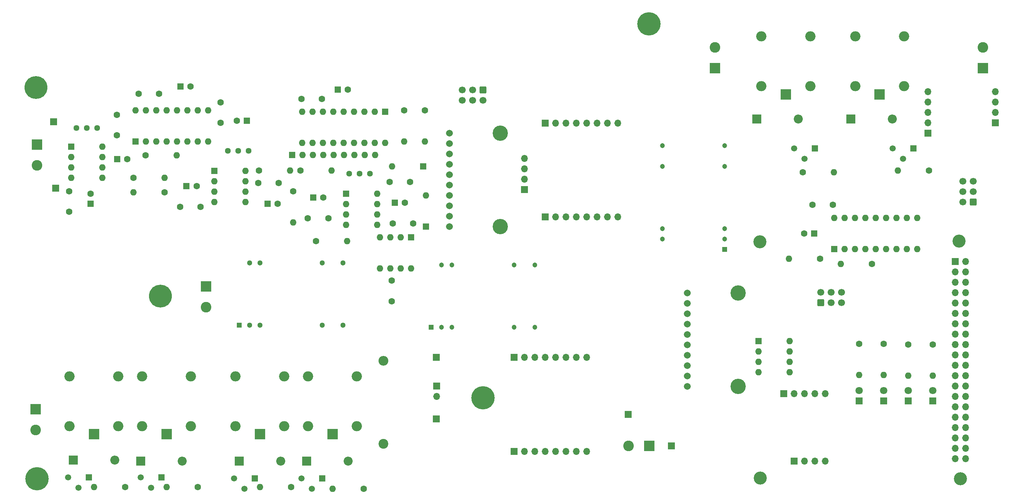
<source format=gbr>
%TF.GenerationSoftware,KiCad,Pcbnew,7.0.6*%
%TF.CreationDate,2023-11-08T16:42:48+01:00*%
%TF.ProjectId,mb.2024.0.2,6d622e32-3032-4342-9e30-2e322e6b6963,rev?*%
%TF.SameCoordinates,Original*%
%TF.FileFunction,Soldermask,Bot*%
%TF.FilePolarity,Negative*%
%FSLAX46Y46*%
G04 Gerber Fmt 4.6, Leading zero omitted, Abs format (unit mm)*
G04 Created by KiCad (PCBNEW 7.0.6) date 2023-11-08 16:42:48*
%MOMM*%
%LPD*%
G01*
G04 APERTURE LIST*
G04 Aperture macros list*
%AMRoundRect*
0 Rectangle with rounded corners*
0 $1 Rounding radius*
0 $2 $3 $4 $5 $6 $7 $8 $9 X,Y pos of 4 corners*
0 Add a 4 corners polygon primitive as box body*
4,1,4,$2,$3,$4,$5,$6,$7,$8,$9,$2,$3,0*
0 Add four circle primitives for the rounded corners*
1,1,$1+$1,$2,$3*
1,1,$1+$1,$4,$5*
1,1,$1+$1,$6,$7*
1,1,$1+$1,$8,$9*
0 Add four rect primitives between the rounded corners*
20,1,$1+$1,$2,$3,$4,$5,0*
20,1,$1+$1,$4,$5,$6,$7,0*
20,1,$1+$1,$6,$7,$8,$9,0*
20,1,$1+$1,$8,$9,$2,$3,0*%
G04 Aperture macros list end*
%ADD10R,2.600000X2.600000*%
%ADD11C,2.600000*%
%ADD12C,1.600000*%
%ADD13R,1.700000X1.700000*%
%ADD14C,3.200000*%
%ADD15R,1.600000X1.600000*%
%ADD16O,1.600000X1.600000*%
%ADD17C,1.440000*%
%ADD18O,2.500000X2.500000*%
%ADD19R,2.500000X2.500000*%
%ADD20R,1.800000X1.800000*%
%ADD21C,1.800000*%
%ADD22R,2.200000X2.200000*%
%ADD23O,2.200000X2.200000*%
%ADD24O,1.700000X1.700000*%
%ADD25RoundRect,0.250000X0.600000X0.600000X-0.600000X0.600000X-0.600000X-0.600000X0.600000X-0.600000X0*%
%ADD26C,1.700000*%
%ADD27RoundRect,0.250000X0.600000X-0.600000X0.600000X0.600000X-0.600000X0.600000X-0.600000X-0.600000X0*%
%ADD28C,5.600000*%
%ADD29R,1.300000X1.300000*%
%ADD30C,1.300000*%
%ADD31R,1.500000X1.500000*%
%ADD32C,1.500000*%
%ADD33RoundRect,0.250000X-0.600000X0.600000X-0.600000X-0.600000X0.600000X-0.600000X0.600000X0.600000X0*%
%ADD34C,5.700000*%
%ADD35C,1.665000*%
%ADD36C,3.750000*%
%ADD37R,1.200000X1.200000*%
%ADD38C,1.200000*%
%ADD39C,2.400000*%
%ADD40O,2.400000X2.400000*%
G04 APERTURE END LIST*
D10*
%TO.C,J9*%
X187695000Y-48545000D03*
D11*
X187695000Y-43465000D03*
%TD*%
D12*
%TO.C,C17*%
X61682000Y-82550000D03*
X56682000Y-82550000D03*
%TD*%
D13*
%TO.C,J18*%
X26162000Y-77978000D03*
%TD*%
D14*
%TO.C,REF01*%
X198740000Y-148890000D03*
%TD*%
D15*
%TO.C,U9*%
X65034000Y-73670000D03*
D16*
X65034000Y-76210000D03*
X65034000Y-78750000D03*
X65034000Y-81290000D03*
X72654000Y-81290000D03*
X72654000Y-78750000D03*
X72654000Y-76210000D03*
X72654000Y-73670000D03*
%TD*%
D15*
%TO.C,C21*%
X73064379Y-61468000D03*
D12*
X70564379Y-61468000D03*
%TD*%
D17*
%TO.C,RV3*%
X73406000Y-68834000D03*
X70866000Y-68834000D03*
X68326000Y-68834000D03*
%TD*%
D12*
%TO.C,R6*%
X43180000Y-151130000D03*
D16*
X35560000Y-151130000D03*
%TD*%
D10*
%TO.C,J1*%
X253305000Y-48545000D03*
D11*
X253305000Y-43465000D03*
%TD*%
D12*
%TO.C,R1*%
X240030000Y-73660000D03*
D16*
X232410000Y-73660000D03*
%TD*%
D12*
%TO.C,R4*%
X86106000Y-73660000D03*
D16*
X93726000Y-73660000D03*
%TD*%
D18*
%TO.C,K6*%
X87980000Y-136167500D03*
X87980000Y-123967500D03*
X99980000Y-123967500D03*
X99980000Y-136167500D03*
D19*
X93980000Y-138167500D03*
%TD*%
D20*
%TO.C,LED10-OHMPI-MEASURE*%
X235000000Y-130000000D03*
D21*
X235000000Y-127460000D03*
%TD*%
D12*
%TO.C,R3*%
X89916000Y-90932000D03*
D16*
X97536000Y-90932000D03*
%TD*%
D19*
%TO.C,K1*%
X228000000Y-55000000D03*
D18*
X234000000Y-53000000D03*
X234000000Y-40800000D03*
X222000000Y-40800000D03*
X222000000Y-53000000D03*
%TD*%
D13*
%TO.C,J20*%
X119430000Y-134380000D03*
%TD*%
D19*
%TO.C,K4*%
X76200000Y-138167500D03*
D18*
X82200000Y-136167500D03*
X82200000Y-123967500D03*
X70200000Y-123967500D03*
X70200000Y-136167500D03*
%TD*%
D15*
%TO.C,U7*%
X113274000Y-89926000D03*
D16*
X110734000Y-89926000D03*
X108194000Y-89926000D03*
X105654000Y-89926000D03*
X105654000Y-97546000D03*
X108194000Y-97546000D03*
X110734000Y-97546000D03*
X113274000Y-97546000D03*
%TD*%
D15*
%TO.C,D5*%
X116840000Y-87376000D03*
D16*
X116840000Y-79756000D03*
%TD*%
D22*
%TO.C,D10*%
X71120000Y-144780000D03*
D23*
X81280000Y-144780000D03*
%TD*%
D12*
%TO.C,R2*%
X209190000Y-74000000D03*
D16*
X216810000Y-74000000D03*
%TD*%
D13*
%TO.C,J23*%
X204475000Y-128270000D03*
D24*
X207015000Y-128270000D03*
X209555000Y-128270000D03*
X212095000Y-128270000D03*
X214635000Y-128270000D03*
%TD*%
D15*
%TO.C,U2*%
X29972000Y-67818000D03*
D16*
X29972000Y-70358000D03*
X29972000Y-72898000D03*
X29972000Y-75438000D03*
X37592000Y-75438000D03*
X37592000Y-72898000D03*
X37592000Y-70358000D03*
X37592000Y-67818000D03*
%TD*%
%TO.C,R12*%
X229000000Y-123620000D03*
D12*
X229000000Y-116000000D03*
%TD*%
D10*
%TO.C,J11*%
X21590000Y-67310000D03*
D11*
X21590000Y-72390000D03*
%TD*%
D13*
%TO.C,J4*%
X146125000Y-85000000D03*
D24*
X148665000Y-85000000D03*
X151205000Y-85000000D03*
X153745000Y-85000000D03*
X156285000Y-85000000D03*
X158825000Y-85000000D03*
X161365000Y-85000000D03*
X163905000Y-85000000D03*
%TD*%
D12*
%TO.C,R13*%
X223000000Y-116000000D03*
D16*
X223000000Y-123620000D03*
%TD*%
D13*
%TO.C,J6*%
X146125000Y-62000000D03*
D24*
X148665000Y-62000000D03*
X151205000Y-62000000D03*
X153745000Y-62000000D03*
X156285000Y-62000000D03*
X158825000Y-62000000D03*
X161365000Y-62000000D03*
X163905000Y-62000000D03*
%TD*%
D13*
%TO.C,J5*%
X141000000Y-78250000D03*
D24*
X141000000Y-75710000D03*
X141000000Y-73170000D03*
X141000000Y-70630000D03*
%TD*%
D12*
%TO.C,C4*%
X29464000Y-78730000D03*
X29464000Y-83730000D03*
%TD*%
D25*
%TO.C,J13*%
X250942500Y-81285000D03*
D26*
X248402500Y-81285000D03*
X250942500Y-78745000D03*
X248402500Y-78745000D03*
X250942500Y-76205000D03*
X248402500Y-76205000D03*
%TD*%
D15*
%TO.C,U1*%
X216850000Y-92800000D03*
D16*
X219390000Y-92800000D03*
X221930000Y-92800000D03*
X224470000Y-92800000D03*
X227010000Y-92800000D03*
X229550000Y-92800000D03*
X232090000Y-92800000D03*
X234630000Y-92800000D03*
X237170000Y-92800000D03*
X237170000Y-85180000D03*
X234630000Y-85180000D03*
X232090000Y-85180000D03*
X229550000Y-85180000D03*
X227010000Y-85180000D03*
X224470000Y-85180000D03*
X221930000Y-85180000D03*
X219390000Y-85180000D03*
X216850000Y-85180000D03*
%TD*%
D27*
%TO.C,J8*%
X213560000Y-105937500D03*
D26*
X213560000Y-103397500D03*
X216100000Y-105937500D03*
X216100000Y-103397500D03*
X218640000Y-105937500D03*
X218640000Y-103397500D03*
%TD*%
D28*
%TO.C,REF04*%
X51816000Y-104394000D03*
%TD*%
D15*
%TO.C,U3*%
X198305000Y-115385000D03*
D16*
X198305000Y-117925000D03*
X198305000Y-120465000D03*
X198305000Y-123005000D03*
X205925000Y-123005000D03*
X205925000Y-120465000D03*
X205925000Y-117925000D03*
X205925000Y-115385000D03*
%TD*%
D29*
%TO.C,PS1*%
X71120000Y-111506000D03*
D30*
X73660000Y-111506000D03*
X76200000Y-111506000D03*
X91440000Y-111506000D03*
X96520000Y-111506000D03*
X96520000Y-96266000D03*
X91440000Y-96266000D03*
X76200000Y-96266000D03*
X73660000Y-96266000D03*
%TD*%
D13*
%TO.C,J14*%
X119475000Y-126395000D03*
D24*
X119475000Y-128935000D03*
%TD*%
D12*
%TO.C,R19*%
X48245000Y-69860000D03*
D16*
X55865000Y-69860000D03*
%TD*%
D31*
%TO.C,Q6*%
X91450000Y-149010000D03*
D32*
X88910000Y-151550000D03*
X86370000Y-149010000D03*
%TD*%
D33*
%TO.C,J24*%
X130810000Y-53857500D03*
D26*
X130810000Y-56397500D03*
X128270000Y-53857500D03*
X128270000Y-56397500D03*
X125730000Y-53857500D03*
X125730000Y-56397500D03*
%TD*%
D15*
%TO.C,C6*%
X34788000Y-81778000D03*
D12*
X34788000Y-79278000D03*
%TD*%
%TO.C,R21*%
X111506000Y-58928000D03*
D16*
X111506000Y-66548000D03*
%TD*%
D11*
%TO.C,J3*%
X21285000Y-137155000D03*
D10*
X21285000Y-132075000D03*
%TD*%
D15*
%TO.C,D6*%
X116232077Y-72644000D03*
D16*
X108612077Y-72644000D03*
%TD*%
D31*
%TO.C,Q5*%
X52080000Y-148700000D03*
D32*
X49540000Y-151240000D03*
X47000000Y-148700000D03*
%TD*%
D17*
%TO.C,RV2*%
X103124000Y-74422000D03*
X100584000Y-74422000D03*
X98044000Y-74422000D03*
%TD*%
D31*
%TO.C,Q1*%
X236230000Y-68160000D03*
D32*
X233690000Y-70700000D03*
X231150000Y-68160000D03*
%TD*%
D12*
%TO.C,R15*%
X60960000Y-151130000D03*
D16*
X53340000Y-151130000D03*
%TD*%
D12*
%TO.C,R23*%
X45212000Y-75438000D03*
D16*
X52832000Y-75438000D03*
%TD*%
D12*
%TO.C,C15*%
X75819621Y-76708000D03*
X80819621Y-76708000D03*
%TD*%
%TO.C,C5*%
X41178000Y-65014000D03*
X41178000Y-60014000D03*
%TD*%
D15*
%TO.C,C2*%
X212000000Y-89000000D03*
D12*
X209500000Y-89000000D03*
%TD*%
D10*
%TO.C,J2*%
X171545000Y-141000000D03*
D11*
X166465000Y-141000000D03*
%TD*%
D15*
%TO.C,C3*%
X41235621Y-70866000D03*
D12*
X43735621Y-70866000D03*
%TD*%
%TO.C,R18*%
X226060000Y-96520000D03*
D16*
X218440000Y-96520000D03*
%TD*%
D15*
%TO.C,RN1*%
X84074000Y-69850000D03*
D16*
X86614000Y-69850000D03*
X89154000Y-69850000D03*
X91694000Y-69850000D03*
X94234000Y-69850000D03*
X96774000Y-69850000D03*
X99314000Y-69850000D03*
X101854000Y-69850000D03*
X104394000Y-69850000D03*
%TD*%
D12*
%TO.C,R17*%
X213360000Y-95250000D03*
D16*
X205740000Y-95250000D03*
%TD*%
D12*
%TO.C,C22*%
X108458000Y-100584000D03*
X108458000Y-105584000D03*
%TD*%
%TO.C,R5*%
X84328000Y-78740000D03*
D16*
X84328000Y-86360000D03*
%TD*%
D28*
%TO.C,REF05*%
X21336000Y-53340000D03*
%TD*%
D20*
%TO.C,LED9-OHMPI-RUN*%
X241000000Y-130000000D03*
D21*
X241000000Y-127460000D03*
%TD*%
D22*
%TO.C,D11*%
X46990000Y-144780000D03*
D23*
X57150000Y-144780000D03*
%TD*%
D22*
%TO.C,D2*%
X197920000Y-61000000D03*
D23*
X208080000Y-61000000D03*
%TD*%
D12*
%TO.C,R7*%
X83820000Y-151130000D03*
D16*
X76200000Y-151130000D03*
%TD*%
D34*
%TO.C,REF\u002A\u002A*%
X21590000Y-149098000D03*
%TD*%
D14*
%TO.C,REF03*%
X247420000Y-90900000D03*
%TD*%
D35*
%TO.C,U5*%
X180848000Y-126492000D03*
X180848000Y-123952000D03*
X180848000Y-121412000D03*
X180848000Y-118872000D03*
X180848000Y-116332000D03*
X180848000Y-113792000D03*
X180848000Y-111252000D03*
X180848000Y-108712000D03*
X180848000Y-106172000D03*
X180848000Y-103632000D03*
D36*
X193294000Y-103632000D03*
X193294000Y-126492000D03*
%TD*%
D13*
%TO.C,J12*%
X138430000Y-142380000D03*
D24*
X140970000Y-142380000D03*
X143510000Y-142380000D03*
X146050000Y-142380000D03*
X148590000Y-142380000D03*
X151130000Y-142380000D03*
X153670000Y-142380000D03*
X156210000Y-142380000D03*
%TD*%
D14*
%TO.C,REF2*%
X198670000Y-91030000D03*
%TD*%
D15*
%TO.C,C12*%
X56729621Y-53086000D03*
D12*
X59229621Y-53086000D03*
%TD*%
D13*
%TO.C,J17*%
X119430000Y-119380000D03*
%TD*%
D22*
%TO.C,D12*%
X87630000Y-144780000D03*
D23*
X97790000Y-144780000D03*
%TD*%
D12*
%TO.C,R22*%
X116586000Y-58928000D03*
D16*
X116586000Y-66548000D03*
%TD*%
D22*
%TO.C,D1*%
X220920000Y-61000000D03*
D23*
X231080000Y-61000000D03*
%TD*%
D13*
%TO.C,J19*%
X25654000Y-61722000D03*
%TD*%
D37*
%TO.C,PS3*%
X189992000Y-92964000D03*
D38*
X189992000Y-90424000D03*
X189992000Y-87884000D03*
X189992000Y-72644000D03*
X189992000Y-67564000D03*
X174752000Y-67564000D03*
X174752000Y-72644000D03*
X174752000Y-87884000D03*
X174752000Y-90424000D03*
%TD*%
D16*
%TO.C,U8*%
X106924000Y-66812000D03*
X104384000Y-66812000D03*
X101844000Y-66812000D03*
X99304000Y-66812000D03*
X96764000Y-66812000D03*
X94224000Y-66812000D03*
X91684000Y-66812000D03*
X89144000Y-66812000D03*
X86604000Y-66812000D03*
X86604000Y-59192000D03*
X89144000Y-59192000D03*
X91684000Y-59192000D03*
X94224000Y-59192000D03*
X96764000Y-59192000D03*
X99304000Y-59192000D03*
X101844000Y-59192000D03*
X104384000Y-59192000D03*
D15*
X106924000Y-59192000D03*
%TD*%
D20*
%TO.C,LED11-OHMPI-STACK*%
X229000000Y-130000000D03*
D21*
X229000000Y-127460000D03*
%TD*%
D31*
%TO.C,Q4*%
X74940000Y-149010000D03*
D32*
X72400000Y-151550000D03*
X69860000Y-149010000D03*
%TD*%
D22*
%TO.C,D9*%
X30480000Y-144517500D03*
D23*
X40640000Y-144517500D03*
%TD*%
D19*
%TO.C,K2*%
X205000000Y-55000000D03*
D18*
X211000000Y-53000000D03*
X211000000Y-40800000D03*
X199000000Y-40800000D03*
X199000000Y-53000000D03*
%TD*%
D14*
%TO.C,REF00*%
X247780000Y-149060000D03*
%TD*%
D15*
%TO.C,C14*%
X95250000Y-53848000D03*
D12*
X97750000Y-53848000D03*
%TD*%
D34*
%TO.C,REF\u002A\u002A*%
X171480000Y-37690000D03*
%TD*%
D12*
%TO.C,C11*%
X108752000Y-86614000D03*
X113752000Y-86614000D03*
%TD*%
%TO.C,C7*%
X107990000Y-76454000D03*
X112990000Y-76454000D03*
%TD*%
D13*
%TO.C,J26*%
X239776000Y-64511000D03*
D24*
X239776000Y-61971000D03*
X239776000Y-59431000D03*
X239776000Y-56891000D03*
X239776000Y-54351000D03*
%TD*%
D15*
%TO.C,C18*%
X58206000Y-77470000D03*
D12*
X60706000Y-77470000D03*
%TD*%
D15*
%TO.C,C9*%
X109220000Y-81534000D03*
D12*
X111720000Y-81534000D03*
%TD*%
%TO.C,C13*%
X91400000Y-56134000D03*
X86400000Y-56134000D03*
%TD*%
D31*
%TO.C,Q3*%
X34300000Y-148747500D03*
D32*
X31760000Y-151287500D03*
X29220000Y-148747500D03*
%TD*%
D15*
%TO.C,C16*%
X78065621Y-81788000D03*
D12*
X80565621Y-81788000D03*
%TD*%
D15*
%TO.C,U6*%
X97292000Y-79258000D03*
D16*
X97292000Y-81798000D03*
X97292000Y-84338000D03*
X97292000Y-86878000D03*
X104912000Y-86878000D03*
X104912000Y-84338000D03*
X104912000Y-81798000D03*
X104912000Y-79258000D03*
%TD*%
D12*
%TO.C,R16*%
X101600000Y-151500000D03*
D16*
X93980000Y-151500000D03*
%TD*%
D15*
%TO.C,C10*%
X89241621Y-80264000D03*
D12*
X91741621Y-80264000D03*
%TD*%
%TO.C,R10*%
X241000000Y-116190000D03*
D16*
X241000000Y-123810000D03*
%TD*%
D12*
%TO.C,R24*%
X52832000Y-78994000D03*
D16*
X45212000Y-78994000D03*
%TD*%
D13*
%TO.C,J10*%
X177000000Y-141000000D03*
%TD*%
D20*
%TO.C,LED12-LOW-TX-BATTERY*%
X223000000Y-130000000D03*
D21*
X223000000Y-127460000D03*
%TD*%
D13*
%TO.C,J22*%
X207020000Y-144780000D03*
D24*
X209560000Y-144780000D03*
X212100000Y-144780000D03*
X214640000Y-144780000D03*
%TD*%
D13*
%TO.C,J21*%
X166370000Y-133350000D03*
%TD*%
D12*
%TO.C,C19*%
X51522000Y-54864000D03*
X46522000Y-54864000D03*
%TD*%
%TO.C,C8*%
X92964000Y-85344000D03*
X87964000Y-85344000D03*
%TD*%
%TO.C,C20*%
X66548000Y-61976000D03*
X66548000Y-56976000D03*
%TD*%
D10*
%TO.C,J16*%
X63000000Y-102000000D03*
D11*
X63000000Y-107080000D03*
%TD*%
D12*
%TO.C,R26*%
X75946000Y-73660000D03*
D16*
X83566000Y-73660000D03*
%TD*%
D12*
%TO.C,C1*%
X216500000Y-82000000D03*
X211500000Y-82000000D03*
%TD*%
D18*
%TO.C,K3*%
X29560000Y-136167500D03*
X29560000Y-123967500D03*
X41560000Y-123967500D03*
X41560000Y-136167500D03*
D19*
X35560000Y-138167500D03*
%TD*%
D39*
%TO.C,SH1*%
X106430000Y-140540000D03*
D40*
X106430000Y-120220000D03*
%TD*%
D17*
%TO.C,RV1*%
X36322000Y-63236000D03*
X33782000Y-63236000D03*
X31242000Y-63236000D03*
%TD*%
D34*
%TO.C,REF\u002A\u002A*%
X130810000Y-129286000D03*
%TD*%
D12*
%TO.C,R11*%
X235000000Y-116190000D03*
D16*
X235000000Y-123810000D03*
%TD*%
D35*
%TO.C,U4*%
X122600000Y-87376000D03*
X122600000Y-84836000D03*
X122600000Y-82296000D03*
X122600000Y-79756000D03*
X122600000Y-77216000D03*
X122600000Y-74676000D03*
X122600000Y-72136000D03*
X122600000Y-69596000D03*
X122600000Y-67056000D03*
X122600000Y-64516000D03*
D36*
X135046000Y-64516000D03*
X135046000Y-87376000D03*
%TD*%
D13*
%TO.C,J15*%
X138430000Y-119380000D03*
D24*
X140970000Y-119380000D03*
X143510000Y-119380000D03*
X146050000Y-119380000D03*
X148590000Y-119380000D03*
X151130000Y-119380000D03*
X153670000Y-119380000D03*
X156210000Y-119380000D03*
%TD*%
D19*
%TO.C,K5*%
X53340000Y-138167500D03*
D18*
X59340000Y-136167500D03*
X59340000Y-123967500D03*
X47340000Y-123967500D03*
X47340000Y-136167500D03*
%TD*%
D15*
%TO.C,U10*%
X45720000Y-66548000D03*
D16*
X48260000Y-66548000D03*
X50800000Y-66548000D03*
X53340000Y-66548000D03*
X55880000Y-66548000D03*
X58420000Y-66548000D03*
X60960000Y-66548000D03*
X63500000Y-66548000D03*
X63500000Y-58928000D03*
X60960000Y-58928000D03*
X58420000Y-58928000D03*
X55880000Y-58928000D03*
X53340000Y-58928000D03*
X50800000Y-58928000D03*
X48260000Y-58928000D03*
X45720000Y-58928000D03*
%TD*%
D37*
%TO.C,PS2*%
X118110000Y-112014000D03*
D38*
X120650000Y-112014000D03*
X123190000Y-112014000D03*
X138430000Y-112014000D03*
X143510000Y-112014000D03*
X143510000Y-96774000D03*
X138430000Y-96774000D03*
X123190000Y-96774000D03*
X120650000Y-96774000D03*
%TD*%
D31*
%TO.C,Q2*%
X212100000Y-68160000D03*
D32*
X209560000Y-70700000D03*
X207020000Y-68160000D03*
%TD*%
D13*
%TO.C,J25*%
X256286000Y-61976000D03*
D24*
X256286000Y-59436000D03*
X256286000Y-56896000D03*
X256286000Y-54356000D03*
%TD*%
D13*
%TO.C,J7*%
X246500000Y-95900000D03*
D24*
X249040000Y-95900000D03*
X246500000Y-98440000D03*
X249040000Y-98440000D03*
X246500000Y-100980000D03*
X249040000Y-100980000D03*
X246500000Y-103520000D03*
X249040000Y-103520000D03*
X246500000Y-106060000D03*
X249040000Y-106060000D03*
X246500000Y-108600000D03*
X249040000Y-108600000D03*
X246500000Y-111140000D03*
X249040000Y-111140000D03*
X246500000Y-113680000D03*
X249040000Y-113680000D03*
X246500000Y-116220000D03*
X249040000Y-116220000D03*
X246500000Y-118760000D03*
X249040000Y-118760000D03*
X246500000Y-121300000D03*
X249040000Y-121300000D03*
X246500000Y-123840000D03*
X249040000Y-123840000D03*
X246500000Y-126380000D03*
X249040000Y-126380000D03*
X246500000Y-128920000D03*
X249040000Y-128920000D03*
X246500000Y-131460000D03*
X249040000Y-131460000D03*
X246500000Y-134000000D03*
X249040000Y-134000000D03*
X246500000Y-136540000D03*
X249040000Y-136540000D03*
X246500000Y-139080000D03*
X249040000Y-139080000D03*
X246500000Y-141620000D03*
X249040000Y-141620000D03*
X246500000Y-144160000D03*
X249040000Y-144160000D03*
%TD*%
M02*

</source>
